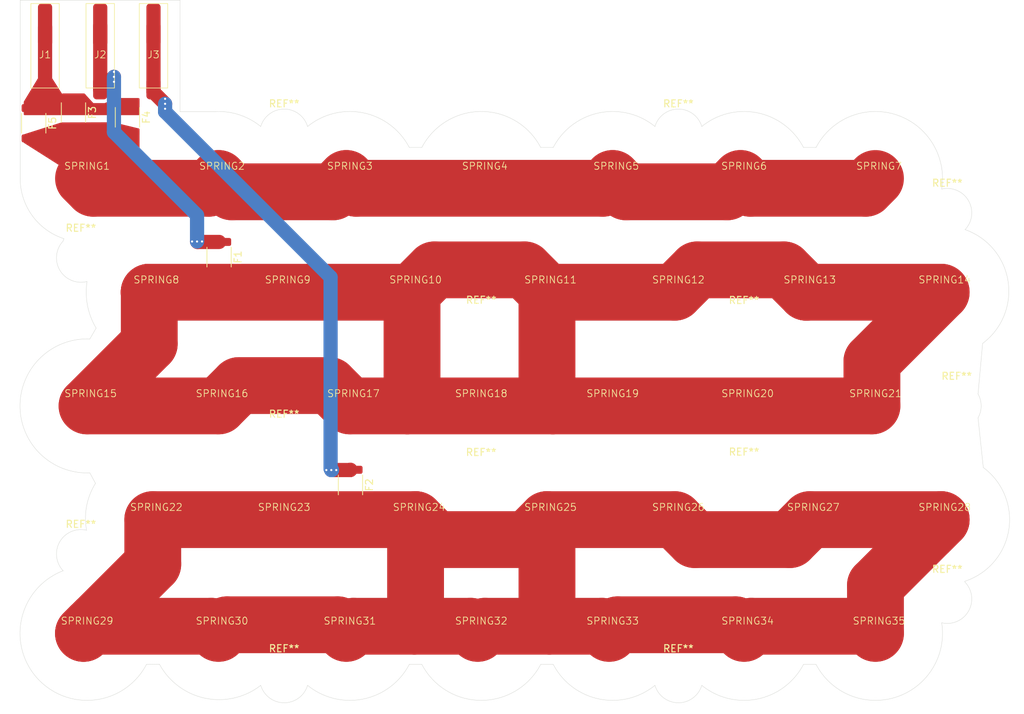
<source format=kicad_pcb>
(kicad_pcb (version 20240108) (generator "pcbnew") (generator_version "8.0")
  (layers (0 "F.Cu" signal) (31 "B.Cu" signal) (34 "B.Paste" user) (35 "F.Paste" user) (36 "B.SilkS" user "B.Silkscreen") (37 "F.SilkS" user "F.Silkscreen") (38 "B.Mask" user) (39 "F.Mask" user) (44 "Edge.Cuts" user))
  (net 0 "")
  (net 1 "Net-(F3-Pad2)")
  (net 2 "Net-(F1-Pad2)")
  (net 3 "Net-(F2-Pad2)")
  (net 4 "Net-(J1-Pin_1)")
  (net 5 "Net-(J2-Pin_1)")
  (net 6 "Net-(J3-Pin_1)")
  (footprint "spring_tab:spring_tab" (layer "F.Cu") (at 115.414338 86.208577)
    (property "Reference" "SPRING34" (at 0 -1.75 0) (layer "F.SilkS") (effects (font (thickness 0.1))))
    (property "Value" "spring_tab" (hide yes))
    (pad "1" smd roundrect (at -0.5 0) (size 3 2) (layers "F.Cu" "F.Paste" "F.Mask") (roundrect_rratio 0.1) (net 3 "Net-(F2-Pad2)"))
  )
  (footprint "spring_tab:spring_tab" (layer "F.Cu") (at 59.414338 86.208576)
    (property "Reference" "SPRING31" (at 0 -1.75 0) (layer "F.SilkS") (effects (font (thickness 0.1))))
    (property "Value" "spring_tab" (hide yes))
    (pad "1" smd roundrect (at -0.5 0) (size 3 2) (layers "F.Cu" "F.Paste" "F.Mask") (roundrect_rratio 0.1) (net 3 "Net-(F2-Pad2)"))
  )
  (footprint "spring_tab:spring_tab" (layer "F.Cu") (at 96.414338 86.208576)
    (property "Reference" "SPRING33" (at 0 -1.75 0) (layer "F.SilkS") (effects (font (thickness 0.1))))
    (property "Value" "spring_tab" (hide yes))
    (pad "1" smd roundrect (at -0.5 0) (size 3 2) (layers "F.Cu" "F.Paste" "F.Mask") (roundrect_rratio 0.1) (net 3 "Net-(F2-Pad2)"))
  )
  (footprint "MountingHole:MountingHole_3.2mm_M3" (layer "F.Cu") (at 21.548245 33.303715)
    (property "Reference" "REF**" (at 0 -4.2 0) (layer "F.SilkS"))
    (property "Value" "MountingHole_3.2mm_M3")
    (pad "" np_thru_hole circle (at 0 0) (size 3.2 3.2) (drill 3.2) (layers "F&B.Cu" "*.Mask"))
  )
  (footprint "spring_tab:spring_tab" (layer "F.Cu") (at 133.414338 54.165637)
    (property "Reference" "SPRING21" (at 0 -1.75 0) (layer "F.SilkS") (effects (font (thickness 0.1))))
    (property "Value" "spring_tab" (hide yes))
    (pad "1" smd roundrect (at -0.5 0) (size 3 2) (layers "F.Cu" "F.Paste" "F.Mask") (roundrect_rratio 0.1) (net 2 "Net-(F1-Pad2)"))
  )
  (footprint "MountingHole:MountingHole_3.2mm_M3" (layer "F.Cu") (at 50.164338 92.549144)
    (property "Reference" "REF**" (at 0 -4.2 0) (layer "F.SilkS"))
    (property "Value" "MountingHole_3.2mm_M3")
    (pad "" np_thru_hole circle (at 0 0) (size 3.2 3.2) (drill 3.2) (layers "F&B.Cu" "*.Mask"))
  )
  (footprint "spring_tab:spring_tab" (layer "F.Cu") (at 77.914338 54.165636)
    (property "Reference" "SPRING18" (at 0 -1.75 0) (layer "F.SilkS") (effects (font (thickness 0.1))))
    (property "Value" "spring_tab" (hide yes))
    (pad "1" smd roundrect (at -0.5 0) (size 3 2) (layers "F.Cu" "F.Paste" "F.Mask") (roundrect_rratio 0.1) (net 2 "Net-(F1-Pad2)"))
  )
  (footprint "spring_tab:spring_tab" (layer "F.Cu") (at 114.914338 22.122696)
    (property "Reference" "SPRING6" (at 0 -1.75 0) (layer "F.SilkS") (effects (font (thickness 0.1))))
    (property "Value" "spring_tab" (hide yes))
    (pad "1" smd roundrect (at -0.5 0) (size 3 2) (layers "F.Cu" "F.Paste" "F.Mask") (roundrect_rratio 0.1) (net 1 "Net-(F3-Pad2)"))
  )
  (footprint "spring_tab:spring_tab" (layer "F.Cu") (at 124.164338 38.144166)
    (property "Reference" "SPRING13" (at 0 -1.75 0) (layer "F.SilkS") (effects (font (thickness 0.1))))
    (property "Value" "spring_tab" (hide yes))
    (pad "1" smd roundrect (at -0.5 0) (size 3 2) (layers "F.Cu" "F.Paste" "F.Mask") (roundrect_rratio 0.1) (net 2 "Net-(F1-Pad2)"))
  )
  (footprint "spring_tab:spring_tab" (layer "F.Cu") (at 143.164338 70.187107)
    (property "Reference" "SPRING28" (at 0 -1.75 0) (layer "F.SilkS") (effects (font (thickness 0.1))))
    (property "Value" "spring_tab" (hide yes))
    (pad "1" smd roundrect (at -0.5 0) (size 3 2) (layers "F.Cu" "F.Paste" "F.Mask") (roundrect_rratio 0.1) (net 3 "Net-(F2-Pad2)"))
  )
  (footprint "MountingHole:MountingHole_3.2mm_M3" (layer "F.Cu") (at 143.530428 26.963146)
    (property "Reference" "REF**" (at 0 -4.2 0) (layer "F.SilkS"))
    (property "Value" "MountingHole_3.2mm_M3")
    (pad "" np_thru_hole circle (at 0 0) (size 3.2 3.2) (drill 3.2) (layers "F&B.Cu" "*.Mask"))
  )
  (footprint "SMD_spring_clamp_connector:SMD_spring_clamp_connector_1x1" (layer "F.Cu") (at 16.5 9.375)
    (property "Reference" "J1" (at -0.000001 -4.700001 0) (layer "F.SilkS") (effects (font (thickness 0.1))))
    (property "Value" "Conn_01x01_Pin")
    (fp_rect (start -2 -11.9) (end 2 0) (stroke (width 0.1)) (fill none) (layer "F.SilkS"))
    (pad "1" smd roundrect (at 0 -8.9 180) (size 1.999994 6) (layers "F.Cu" "F.Paste" "F.Mask") (net 4 "Net-(J1-Pin_1)"))
    (pad "1" smd roundrect (at 0 0.1 180) (size 1.999994 3) (layers "F.Cu" "F.Paste" "F.Mask") (net 4 "Net-(J1-Pin_1)"))
  )
  (footprint "MountingHole:MountingHole_3.2mm_M3" (layer "F.Cu") (at 114.914338 64.846616)
    (property "Reference" "REF**" (at 0 -4.2 0) (layer "F.SilkS"))
    (property "Value" "MountingHole_3.2mm_M3")
    (pad "" np_thru_hole circle (at 0 0) (size 3.2 3.2) (drill 3.2) (layers "F&B.Cu" "*.Mask"))
  )
  (footprint "MountingHole:MountingHole_3.2mm_M3" (layer "F.Cu") (at 105.664338 92.549144)
    (property "Reference" "REF**" (at 0 -4.2 0) (layer "F.SilkS"))
    (property "Value" "MountingHole_3.2mm_M3")
    (pad "" np_thru_hole circle (at 0 0) (size 3.2 3.2) (drill 3.2) (layers "F&B.Cu" "*.Mask"))
  )
  (footprint "spring_tab:spring_tab" (layer "F.Cu") (at 59.914338 54.165637)
    (property "Reference" "SPRING17" (at 0 -1.75 0) (layer "F.SilkS") (effects (font (thickness 0.1))))
    (property "Value" "spring_tab" (hide yes))
    (pad "1" smd roundrect (at -0.5 0) (size 3 2) (layers "F.Cu" "F.Paste" "F.Mask") (roundrect_rratio 0.1) (net 2 "Net-(F1-Pad2)"))
  )
  (footprint "spring_tab:spring_tab" (layer "F.Cu") (at 105.664338 38.144166)
    (property "Reference" "SPRING12" (at 0 -1.75 0) (layer "F.SilkS") (effects (font (thickness 0.1))))
    (property "Value" "spring_tab" (hide yes))
    (pad "1" smd roundrect (at -0.5 0) (size 3 2) (layers "F.Cu" "F.Paste" "F.Mask") (roundrect_rratio 0.1) (net 2 "Net-(F1-Pad2)"))
  )
  (footprint "spring_tab:spring_tab" (layer "F.Cu") (at 87.664337 38.144167)
    (property "Reference" "SPRING11" (at 0 -1.75 0) (layer "F.SilkS") (effects (font (thickness 0.1))))
    (property "Value" "spring_tab" (hide yes))
    (pad "1" smd roundrect (at -0.5 0) (size 3 2) (layers "F.Cu" "F.Paste" "F.Mask") (roundrect_rratio 0.1) (net 2 "Net-(F1-Pad2)"))
  )
  (footprint "spring_tab:spring_tab" (layer "F.Cu") (at 133.914338 22.122696)
    (property "Reference" "SPRING7" (at 0 -1.75 0) (layer "F.SilkS") (effects (font (thickness 0.1))))
    (property "Value" "spring_tab" (hide yes))
    (pad "1" smd roundrect (at -0.5 0) (size 3 2) (layers "F.Cu" "F.Paste" "F.Mask") (roundrect_rratio 0.1) (net 1 "Net-(F3-Pad2)"))
  )
  (footprint "spring_tab:spring_tab" (layer "F.Cu") (at 41.414338 22.122696)
    (property "Reference" "SPRING2" (at 0 -1.75 0) (layer "F.SilkS") (effects (font (thickness 0.1))))
    (property "Value" "spring_tab" (hide yes))
    (pad "1" smd roundrect (at -0.5 0) (size 3 2) (layers "F.Cu" "F.Paste" "F.Mask") (roundrect_rratio 0.1) (net 1 "Net-(F3-Pad2)"))
  )
  (footprint "MountingHole:MountingHole_3.2mm_M3" (layer "F.Cu") (at 143.530431 81.368125)
    (property "Reference" "REF**" (at 0 -4.2 0) (layer "F.SilkS"))
    (property "Value" "MountingHole_3.2mm_M3")
    (pad "" np_thru_hole circle (at 0 0) (size 3.2 3.2) (drill 3.2) (layers "F&B.Cu" "*.Mask"))
  )
  (footprint "SMD_spring_clamp_connector:SMD_spring_clamp_connector_1x1" (layer "F.Cu") (at 24.266488 9.375)
    (property "Reference" "J2" (at -0.000001 -4.700001 0) (layer "F.SilkS") (effects (font (thickness 0.1))))
    (property "Value" "Conn_01x01_Pin")
    (fp_rect (start -2 -11.9) (end 2 0) (stroke (width 0.1)) (fill none) (layer "F.SilkS"))
    (pad "1" smd roundrect (at 0 -8.9 180) (size 1.999994 6) (layers "F.Cu" "F.Paste" "F.Mask") (net 5 "Net-(J2-Pin_1)"))
    (pad "1" smd roundrect (at 0 0.1 180) (size 1.999994 3) (layers "F.Cu" "F.Paste" "F.Mask") (net 5 "Net-(J2-Pin_1)"))
  )
  (footprint "spring_tab:spring_tab" (layer "F.Cu") (at 124.664338 70.187107)
    (property "Reference" "SPRING27" (at 0 -1.75 0) (layer "F.SilkS") (effects (font (thickness 0.1))))
    (property "Value" "spring_tab" (hide yes))
    (pad "1" smd roundrect (at -0.5 0) (size 3 2) (layers "F.Cu" "F.Paste" "F.Mask") (roundrect_rratio 0.1) (net 3 "Net-(F2-Pad2)"))
  )
  (footprint "MountingHole:MountingHole_3.2mm_M3" (layer "F.Cu") (at 50.164338 59.506126)
    (property "Reference" "REF**" (at 0 -4.2 0) (layer "F.SilkS"))
    (property "Value" "MountingHole_3.2mm_M3")
    (pad "" np_thru_hole circle (at 0 0) (size 3.2 3.2) (drill 3.2) (layers "F&B.Cu" "*.Mask"))
  )
  (footprint "MountingHole:MountingHole_3.2mm_M3" (layer "F.Cu") (at 77.9 64.9)
    (property "Reference" "REF**" (at 0 -4.2 0) (layer "F.SilkS"))
    (property "Value" "MountingHole_3.2mm_M3")
    (pad "" np_thru_hole circle (at 0 0) (size 3.2 3.2) (drill 3.2) (layers "*.Cu" "*.Mask"))
  )
  (footprint "SMD_spring_clamp_connector:SMD_spring_clamp_connector_1x1" (layer "F.Cu") (at 31.766488 9.375)
    (property "Reference" "J3" (at -0.000001 -4.700001 0) (layer "F.SilkS") (effects (font (thickness 0.1))))
    (property "Value" "Conn_01x01_Pin")
    (fp_rect (start -2 -11.9) (end 2 0) (stroke (width 0.1)) (fill none) (layer "F.SilkS"))
    (pad "1" smd roundrect (at 0 -8.9 180) (size 1.999994 6) (layers "F.Cu" "F.Paste" "F.Mask") (net 6 "Net-(J3-Pin_1)"))
    (pad "1" smd roundrect (at 0 0.1 180) (size 1.999994 3) (layers "F.Cu" "F.Paste" "F.Mask") (net 6 "Net-(J3-Pin_1)"))
  )
  (footprint "spring_tab:spring_tab" (layer "F.Cu") (at 22.414338 86.208576)
    (property "Reference" "SPRING29" (at 0 -1.75 0) (layer "F.SilkS") (effects (font (thickness 0.1))))
    (property "Value" "spring_tab" (hide yes))
    (pad "1" smd roundrect (at -0.5 0) (size 3 2) (layers "F.Cu" "F.Paste" "F.Mask") (roundrect_rratio 0.1) (net 3 "Net-(F2-Pad2)"))
  )
  (footprint "MountingHole:MountingHole_3.2mm_M3" (layer "F.Cu") (at 77.914338 43.452847)
    (property "Reference" "REF**" (at 0 -4.2 0) (layer "F.SilkS"))
    (property "Value" "MountingHole_3.2mm_M3")
    (pad "" np_thru_hole circle (at 0 0) (size 3.2 3.2) (drill 3.2) (layers "F&B.Cu" "*.Mask"))
  )
  (footprint "spring_tab:spring_tab" (layer "F.Cu") (at 69.164338 70.187107)
    (property "Reference" "SPRING24" (at 0 -1.75 0) (layer "F.SilkS") (effects (font (thickness 0.1))))
    (property "Value" "spring_tab" (hide yes))
    (pad "1" smd roundrect (at -0.5 0) (size 3 2) (layers "F.Cu" "F.Paste" "F.Mask") (roundrect_rratio 0.1) (net 3 "Net-(F2-Pad2)"))
  )
  (footprint "Fuse:Fuse_1812_4532Metric" (layer "F.Cu") (at 41 33.2 -90)
    (property "Reference" "F1" (at 0 -2.65 90) (layer "F.SilkS"))
    (property "Value" "Polyfuse")
    (fp_line (start -1.386252 1.71) (end 1.386252 1.71) (stroke (width 0.12)) (layer "F.SilkS"))
    (fp_line (start -1.386252 -1.71) (end 1.386252 -1.71) (stroke (width 0.12)) (layer "F.SilkS"))
    (pad "1" smd roundrect (at -2.1375 0 270) (size 1.125 3.4) (layers "F.Cu" "F.Paste" "F.Mask") (roundrect_rratio 0.222222) (net 5 "Net-(J2-Pin_1)"))
    (pad "2" smd roundrect (at 2.1375 0 270) (size 1.125 3.4) (layers "F.Cu" "F.Paste" "F.Mask") (roundrect_rratio 0.222222) (net 2 "Net-(F1-Pad2)"))
  )
  (footprint "MountingHole:MountingHole_3.2mm_M3" (layer "F.Cu") (at 50.164338 15.782128)
    (property "Reference" "REF**" (at 0 -4.2 0) (layer "F.SilkS"))
    (property "Value" "MountingHole_3.2mm_M3")
    (pad "" np_thru_hole circle (at 0 0) (size 3.2 3.2) (drill 3.2) (layers "F&B.Cu" "*.Mask"))
  )
  (footprint "spring_tab:spring_tab" (layer "F.Cu") (at 32.164338 38.144166)
    (property "Reference" "SPRING8" (at 0 -1.75 0) (layer "F.SilkS") (effects (font (thickness 0.1))))
    (property "Value" "spring_tab" (hide yes))
    (pad "1" smd roundrect (at -0.5 0) (size 3 2) (layers "F.Cu" "F.Paste" "F.Mask") (roundrect_rratio 0.1) (net 2 "Net-(F1-Pad2)"))
  )
  (footprint "spring_tab:spring_tab" (layer "F.Cu") (at 22.914338 54.165636)
    (property "Reference" "SPRING15" (at 0 -1.75 0) (layer "F.SilkS") (effects (font (thickness 0.1))))
    (property "Value" "spring_tab" (hide yes))
    (pad "1" smd roundrect (at -0.5 0) (size 3 2) (layers "F.Cu" "F.Paste" "F.Mask") (roundrect_rratio 0.1) (net 2 "Net-(F1-Pad2)"))
  )
  (footprint "spring_tab:spring_tab" (layer "F.Cu") (at 22.414338 22.122696)
    (property "Reference" "SPRING1" (at 0 -1.75 0) (layer "F.SilkS") (effects (font (thickness 0.1))))
    (property "Value" "spring_tab" (hide yes))
    (pad "1" smd roundrect (at -0.5 0) (size 3 2) (layers "F.Cu" "F.Paste" "F.Mask") (roundrect_rratio 0.1) (net 1 "Net-(F3-Pad2)"))
  )
  (footprint "spring_tab:spring_tab" (layer "F.Cu") (at 78.414338 22.122696)
    (property "Reference" "SPRING4" (at 0 -1.75 0) (layer "F.SilkS") (effects (font (thickness 0.1))))
    (property "Value" "spring_tab" (hide yes))
    (pad "1" smd roundrect (at -0.5 0) (size 3 2) (layers "F.Cu" "F.Paste" "F.Mask") (roundrect_rratio 0.1) (net 1 "Net-(F3-Pad2)"))
  )
  (footprint "MountingHole:MountingHole_3.2mm_M3" (layer "F.Cu") (at 144.854338 54.165636)
    (property "Reference" "REF**" (at 0 -4.2 0) (layer "F.SilkS"))
    (property "Value" "MountingHole_3.2mm_M3")
    (pad "" np_thru_hole circle (at 0 0) (size 3.2 3.2) (drill 3.2) (layers "F&B.Cu" "*.Mask"))
  )
  (footprint "MountingHole:MountingHole_3.2mm_M3" (layer "F.Cu") (at 114.914338 43.484656)
    (property "Reference" "REF**" (at 0 -4.2 0) (layer "F.SilkS"))
    (property "Value" "MountingHole_3.2mm_M3")
    (pad "" np_thru_hole circle (at 0 0) (size 3.2 3.2) (drill 3.2) (layers "F&B.Cu" "*.Mask"))
  )
  (footprint "Fuse:Fuse_1812_4532Metric" (layer "F.Cu") (at 14.9 14.3375 -90)
    (property "Reference" "F5" (at 0 -2.65 90) (layer "F.SilkS"))
    (property "Value" "Polyfuse")
    (fp_line (start -1.386252 1.71) (end 1.386252 1.71) (stroke (width 0.12)) (layer "F.SilkS"))
    (fp_line (start -1.386252 -1.71) (end 1.386252 -1.71) (stroke (width 0.12)) (layer "F.SilkS"))
    (pad "1" smd roundrect (at -2.1375 0 270) (size 1.125 3.4) (layers "F.Cu" "F.Paste" "F.Mask") (roundrect_rratio 0.222222) (net 4 "Net-(J1-Pin_1)"))
    (pad "2" smd roundrect (at 2.1375 0 270) (size 1.125 3.4) (layers "F.Cu" "F.Paste" "F.Mask") (roundrect_rratio 0.222222) (net 1 "Net-(F3-Pad2)"))
  )
  (footprint "Fuse:Fuse_1812_4532Metric" (layer "F.Cu") (at 59.5 65.3 -90)
    (property "Reference" "F2" (at 0 -2.65 90) (layer "F.SilkS"))
    (property "Value" "Polyfuse")
    (fp_line (start -1.386252 1.71) (end 1.386252 1.71) (stroke (width 0.12)) (layer "F.SilkS"))
    (fp_line (start -1.386252 -1.71) (end 1.386252 -1.71) (stroke (width 0.12)) (layer "F.SilkS"))
    (pad "1" smd roundrect (at -2.1375 0 270) (size 1.125 3.4) (layers "F.Cu" "F.Paste" "F.Mask") (roundrect_rratio 0.222222) (net 6 "Net-(J3-Pin_1)"))
    (pad "2" smd roundrect (at 2.1375 0 270) (size 1.125 3.4) (layers "F.Cu" "F.Paste" "F.Mask") (roundrect_rratio 0.222222) (net 3 "Net-(F2-Pad2)"))
  )
  (footprint "spring_tab:spring_tab" (layer "F.Cu") (at 133.914338 86.208576)
    (property "Reference" "SPRING35" (at 0 -1.75 0) (layer "F.SilkS") (effects (font (thickness 0.1))))
    (property "Value" "spring_tab" (hide yes))
    (pad "1" smd roundrect (at -0.5 0) (size 3 2) (layers "F.Cu" "F.Paste" "F.Mask") (roundrect_rratio 0.1) (net 3 "Net-(F2-Pad2)"))
  )
  (footprint "MountingHole:MountingHole_3.2mm_M3" (layer "F.Cu") (at 21.548245 75.027557)
    (property "Reference" "REF**" (at 0 -4.2 0) (layer "F.SilkS"))
    (property "Value" "MountingHole_3.2mm_M3")
    (pad "" np_thru_hole circle (at 0 0) (size 3.2 3.2) (drill 3.2) (layers "F&B.Cu" "*.Mask"))
  )
  (footprint "spring_tab:spring_tab" (layer "F.Cu") (at 143.164342 38.144169)
    (property "Reference" "SPRING14" (at 0 -1.75 0) (layer "F.SilkS") (effects (font (thickness 0.1))))
    (property "Value" "spring_tab" (hide yes))
    (pad "1" smd roundrect (at -0.5 0) (size 3 2) (layers "F.Cu" "F.Paste" "F.Mask") (roundrect_rratio 0.1) (net 2 "Net-(F1-Pad2)"))
  )
  (footprint "spring_tab:spring_tab" (layer "F.Cu") (at 32.164338 70.187107)
    (property "Reference" "SPRING22" (at 0 -1.75 0) (layer "F.SilkS") (effects (font (thickness 0.1))))
    (property "Value" "spring_tab" (hide yes))
    (pad "1" smd roundrect (at -0.5 0) (size 3 2) (layers "F.Cu" "F.Paste" "F.Mask") (roundrect_rratio 0.1) (net 3 "Net-(F2-Pad2)"))
  )
  (footprint "spring_tab:spring_tab" (layer "F.Cu") (at 96.414338 54.165636)
    (property "Reference" "SPRING19" (at 0 -1.75 0) (layer "F.SilkS") (effects (font (thickness 0.1))))
    (property "Value" "spring_tab" (hide yes))
    (pad "1" smd roundrect (at -0.5 0) (size 3 2) (layers "F.Cu" "F.Paste" "F.Mask") (roundrect_rratio 0.1) (net 2 "Net-(F1-Pad2)"))
  )
  (footprint "spring_tab:spring_tab" (layer "F.Cu") (at 87.664338 70.187107)
    (property "Reference" "SPRING25" (at 0 -1.75 0) (layer "F.SilkS") (effects (font (thickness 0.1))))
    (property "Value" "spring_tab" (hide yes))
    (pad "1" smd roundrect (at -0.5 0) (size 3 2) (layers "F.Cu" "F.Paste" "F.Mask") (roundrect_rratio 0.1) (net 3 "Net-(F2-Pad2)"))
  )
  (footprint "spring_tab:spring_tab" (layer "F.Cu") (at 96.914338 22.122696)
    (property "Reference" "SPRING5" (at 0 -1.75 0) (layer "F.SilkS") (effects (font (thickness 0.1))))
    (property "Value" "spring_tab" (hide yes))
    (pad "1" smd roundrect (at -0.5 0) (size 3 2) (layers "F.Cu" "F.Paste" "F.Mask") (roundrect_rratio 0.1) (net 1 "Net-(F3-Pad2)"))
  )
  (footprint "spring_tab:spring_tab" (layer "F.Cu") (at 59.414338 22.122696)
    (property "Reference" "SPRING3" (at 0 -1.75 0) (layer "F.SilkS") (effects (font (thickness 0.1))))
    (property "Value" "spring_tab" (hide yes))
    (pad "1" smd roundrect (at -0.5 0) (size 3 2) (layers "F.Cu" "F.Paste" "F.Mask") (roundrect_rratio 0.1) (net 1 "Net-(F3-Pad2)"))
  )
  (footprint "spring_tab:spring_tab" (layer "F.Cu") (at 77.914338 86.208577)
    (property "Reference" "SPRING32" (at 0 -1.75 0) (layer "F.SilkS") (effects (font (thickness 0.1))))
    (property "Value" "spring_tab" (hide yes))
    (pad "1" smd roundrect (at -0.5 0) (size 3 2) (layers "F.Cu" "F.Paste" "F.Mask") (roundrect_rratio 0.1) (net 3 "Net-(F2-Pad2)"))
  )
  (footprint "Fuse:Fuse_1812_4532Metric" (layer "F.Cu") (at 20.5 12.8375 -90)
    (property "Reference" "F3" (at 0 -2.65 90) (layer "F.SilkS"))
    (property "Value" "Polyfuse")
    (fp_line (start -1.386252 1.71) (end 1.386252 1.71) (stroke (width 0.12)) (layer "F.SilkS"))
    (fp_line (start -1.386252 -1.71) (end 1.386252 -1.71) (stroke (width 0.12)) (layer "F.SilkS"))
    (pad "1" smd roundrect (at -2.1375 0 270) (size 1.125 3.4) (layers "F.Cu" "F.Paste" "F.Mask") (roundrect_rratio 0.222222) (net 4 "Net-(J1-Pin_1)"))
    (pad "2" smd roundrect (at 2.1375 0 270) (size 1.125 3.4) (layers "F.Cu" "F.Paste" "F.Mask") (roundrect_rratio 0.222222) (net 1 "Net-(F3-Pad2)"))
  )
  (footprint "spring_tab:spring_tab" (layer "F.Cu") (at 115.414338 54.165637)
    (property "Reference" "SPRING20" (at 0 -1.75 0) (layer "F.SilkS") (effects (font (thickness 0.1))))
    (property "Value" "spring_tab" (hide yes))
    (pad "1" smd roundrect (at -0.5 0) (size 3 2) (layers "F.Cu" "F.Paste" "F.Mask") (roundrect_rratio 0.1) (net 2 "Net-(F1-Pad2)"))
  )
  (footprint "spring_tab:spring_tab" (layer "F.Cu") (at 50.164338 70.187107)
    (property "Reference" "SPRING23" (at 0 -1.75 0) (layer "F.SilkS") (effects (font (thickness 0.1))))
    (property "Value" "spring_tab" (hide yes))
    (pad "1" smd roundrect (at -0.5 0) (size 3 2) (layers "F.Cu" "F.Paste" "F.Mask") (roundrect_rratio 0.1) (net 3 "Net-(F2-Pad2)"))
  )
  (footprint "Fuse:Fuse_1812_4532Metric" (layer "F.Cu") (at 28.1 13.5 -90)
    (property "Reference" "F4" (at 0 -2.65 90) (layer "F.SilkS"))
    (property "Value" "Polyfuse")
    (fp_line (start -1.386252 1.71) (end 1.386252 1.71) (stroke (width 0.12)) (layer "F.SilkS"))
    (fp_line (start -1.386252 -1.71) (end 1.386252 -1.71) (stroke (width 0.12)) (layer "F.SilkS"))
    (pad "1" smd roundrect (at -2.1375 0 270) (size 1.125 3.4) (layers "F.Cu" "F.Paste" "F.Mask") (roundrect_rratio 0.222222) (net 4 "Net-(J1-Pin_1)"))
    (pad "2" smd roundrect (at 2.1375 0 270) (size 1.125 3.4) (layers "F.Cu" "F.Paste" "F.Mask") (roundrect_rratio 0.222222) (net 1 "Net-(F3-Pad2)"))
  )
  (footprint "spring_tab:spring_tab" (layer "F.Cu") (at 41.414338 86.208576)
    (property "Reference" "SPRING30" (at 0 -1.75 0) (layer "F.SilkS") (effects (font (thickness 0.1))))
    (property "Value" "spring_tab" (hide yes))
    (pad "1" smd roundrect (at -0.5 0) (size 3 2) (layers "F.Cu" "F.Paste" "F.Mask") (roundrect_rratio 0.1) (net 3 "Net-(F2-Pad2)"))
  )
  (footprint "spring_tab:spring_tab" (layer "F.Cu") (at 50.664337 38.144167)
    (property "Reference" "SPRING9" (at 0 -1.75 0) (layer "F.SilkS") (effects (font (thickness 0.1))))
    (property "Value" "spring_tab" (hide yes))
    (pad "1" smd roundrect (at -0.5 0) (size 3 2) (layers "F.Cu" "F.Paste" "F.Mask") (roundrect_rratio 0.1) (net 2 "Net-(F1-Pad2)"))
  )
  (footprint "MountingHole:MountingHole_3.2mm_M3" (layer "F.Cu") (at 105.664338 15.782126)
    (property "Reference" "REF**" (at 0 -4.2 0) (layer "F.SilkS"))
    (property "Value" "MountingHole_3.2mm_M3")
    (pad "" np_thru_hole circle (at 0 0) (size 3.2 3.2) (drill 3.2) (layers "F&B.Cu" "*.Mask"))
  )
  (footprint "spring_tab:spring_tab" (layer "F.Cu") (at 41.414338 54.165636)
    (property "Reference" "SPRING16" (at 0 -1.75 0) (layer "F.SilkS") (effects (font (thickness 0.1))))
    (property "Value" "spring_tab" (hide yes))
    (pad "1" smd roundrect (at -0.5 0) (size 3 2) (layers "F.Cu" "F.Paste" "F.Mask") (roundrect_rratio 0.1) (net 2 "Net-(F1-Pad2)"))
  )
  (footprint "spring_tab:spring_tab" (layer "F.Cu") (at 105.664338 70.187107)
    (property "Reference" "SPRING26" (at 0 -1.75 0) (layer "F.SilkS") (effects (font (thickness 0.1))))
    (property "Value" "spring_tab" (hide yes))
    (pad "1" smd roundrect (at -0.5 0) (size 3 2) (layers "F.Cu" "F.Paste" "F.Mask") (roundrect_rratio 0.1) (net 3 "Net-(F2-Pad2)"))
  )
  (footprint "spring_tab:spring_tab" (layer "F.Cu") (at 68.664338 38.144166)
    (property "Reference" "SPRING10" (at 0 -1.75 0) (layer "F.SilkS") (effects (font (thickness 0.1))))
    (property "Value" "spring_tab" (hide yes))
    (pad "1" smd roundrect (at -0.5 0) (size 3 2) (layers "F.Cu" "F.Paste" "F.Mask") (roundrect_rratio 0.1) (net 2 "Net-(F1-Pad2)"))
  )
  (gr_arc (start 46.86836 93.534095) (mid 39.047352 95.348123) (end 32.606445 90.555048) (stroke (width 0.05)) (layer "Edge.Cuts"))
  (gr_arc (start 146.031412 79.006199) (mid 146.509559 83.088125) (end 142.735434 84.715001) (stroke (width 0.05)) (layer "Edge.Cuts"))
  (gr_arc (start 69.550353 17.745784) (mid 77.914338 12.682696) (end 86.278323 17.745784) (stroke (width 0.05)) (layer "Edge.Cuts"))
  (gr_line (start 13 -3) (end 35.5 -3) (stroke (width 0.05)) (layer "Edge.Cuts"))
  (gr_line (start 22.343242 36.65059) (end 22.41058 36.660832) (stroke (width 0.05)) (layer "Edge.Cuts"))
  (gr_arc (start 108.960316 14.797177) (mid 116.818426 12.876721) (end 123.278323 17.745784) (stroke (width 0.05)) (layer "Edge.Cuts"))
  (gr_arc (start 108.960315 93.534095) (mid 105.664338 95.989143) (end 102.368361 93.534095) (stroke (width 0.05)) (layer "Edge.Cuts"))
  (gr_line (start 86.278322 90.585488) (end 88.050353 90.585488) (stroke (width 0.05)) (layer "Edge.Cuts"))
  (gr_arc (start 125.050353 17.745784) (mid 136.388337 13.163403) (end 142.735434 23.616271) (stroke (width 0.05)) (layer "Edge.Cuts"))
  (gr_line (start 148.502084 45.36009) (end 147.853884 52.481497) (stroke (width 0.05)) (layer "Edge.Cuts"))
  (gr_arc (start 22.805813 63.597514) (mid 12.974339 54.165636) (end 22.805813 44.733758) (stroke (width 0.05)) (layer "Edge.Cuts"))
  (gr_line (start 35.5 -3) (end 35.5 12.7) (stroke (width 0.05)) (layer "Edge.Cuts"))
  (gr_arc (start 123.278322 90.585488) (mid 116.818426 95.454551) (end 108.960316 93.534095) (stroke (width 0.05)) (layer "Edge.Cuts"))
  (gr_arc (start 22.343242 36.65059) (mid 18.569119 35.023714) (end 19.047265 30.94179) (stroke (width 0.05)) (layer "Edge.Cuts"))
  (gr_line (start 67.778323 17.745784) (end 69.550353 17.745784) (stroke (width 0.05)) (layer "Edge.Cuts"))
  (gr_line (start 13 22) (end 13 -3) (stroke (width 0.05)) (layer "Edge.Cuts"))
  (gr_arc (start 53.460316 14.797177) (mid 61.318426 12.876721) (end 67.778323 17.745784) (stroke (width 0.05)) (layer "Edge.Cuts"))
  (gr_arc (start 88.050353 17.745784) (mid 94.51025 12.876721) (end 102.36836 14.797177) (stroke (width 0.05)) (layer "Edge.Cuts"))
  (gr_arc (start 40.49964 12.691808) (mid 43.877306 13.159748) (end 46.868362 14.797177) (stroke (width 0.05)) (layer "Edge.Cuts"))
  (gr_arc (start 67.778323 90.585488) (mid 61.318426 95.454551) (end 53.460316 93.534095) (stroke (width 0.05)) (layer "Edge.Cuts"))
  (gr_line (start 40.5 12.7) (end 35.5 12.7) (stroke (width 0.05)) (layer "Edge.Cuts"))
  (gr_line (start 146.031412 79.006199) (end 145.988322 78.873654) (stroke (width 0.05)) (layer "Edge.Cuts"))
  (gr_line (start 22.805813 44.733758) (end 23.691829 43.199133) (stroke (width 0.05)) (layer "Edge.Cuts"))
  (gr_arc (start 23.69183 43.199133) (mid 22.482575 40.041412) (end 22.41058 36.660832) (stroke (width 0.05)) (layer "Edge.Cuts"))
  (gr_line (start 147.853885 55.849773) (end 148.59697 62.844254) (stroke (width 0.05)) (layer "Edge.Cuts"))
  (gr_arc (start 19.047264 77.389482) (mid 18.569118 73.307557) (end 22.343242 71.680682) (stroke (width 0.05)) (layer "Edge.Cuts"))
  (gr_arc (start 30.778323 90.585488) (mid 15.359133 92.480552) (end 19.047264 77.389482) (stroke (width 0.05)) (layer "Edge.Cuts"))
  (gr_arc (start 102.36836 93.534095) (mid 94.51025 95.454551) (end 88.050353 90.585488) (stroke (width 0.05)) (layer "Edge.Cuts"))
  (gr_arc (start 53.460315 93.534095) (mid 50.164338 95.989143) (end 46.868361 93.534095) (stroke (width 0.05)) (layer "Edge.Cuts"))
  (gr_line (start 19.047265 30.94179) (end 19.158025 30.601093) (stroke (width 0.05)) (layer "Edge.Cuts"))
  (gr_line (start 123.278322 90.585488) (end 125.050354 90.585487) (stroke (width 0.05)) (layer "Edge.Cuts"))
  (gr_line (start 67.778323 90.585488) (end 69.550354 90.585488) (stroke (width 0.05)) (layer "Edge.Cuts"))
  (gr_line (start 123.278323 17.745784) (end 125.050353 17.745784) (stroke (width 0.05)) (layer "Edge.Cuts"))
  (gr_arc (start 102.368361 14.797177) (mid 105.664338 12.342129) (end 108.960315 14.797177) (stroke (width 0.05)) (layer "Edge.Cuts"))
  (gr_arc (start 148.59697 62.844254) (mid 152.179788 71.654295) (end 145.988322 78.873654) (stroke (width 0.05)) (layer "Edge.Cuts"))
  (gr_arc (start 142.735434 23.616271) (mid 146.509554 25.243147) (end 146.031409 29.325069) (stroke (width 0.05)) (layer "Edge.Cuts"))
  (gr_line (start 30.778323 90.585488) (end 32.606445 90.555048) (stroke (width 0.05)) (layer "Edge.Cuts"))
  (gr_arc (start 146.031409 29.325069) (mid 152.082159 36.600621) (end 148.502084 45.36009) (stroke (width 0.05)) (layer "Edge.Cuts"))
  (gr_arc (start 142.735433 84.715001) (mid 136.388336 95.167868) (end 125.050354 90.585487) (stroke (width 0.05)) (layer "Edge.Cuts"))
  (gr_arc (start 86.278322 90.585488) (mid 77.914338 95.648576) (end 69.550354 90.585488) (stroke (width 0.05)) (layer "Edge.Cuts"))
  (gr_arc (start 147.853884 52.481497) (mid 148.294338 54.165635) (end 147.853885 55.849773) (stroke (width 0.05)) (layer "Edge.Cuts"))
  (gr_arc (start 19.158025 30.601093) (mid 14.665495 27.312566) (end 13 22) (stroke (width 0.05)) (layer "Edge.Cuts"))
  (gr_line (start 86.278323 17.745784) (end 88.050353 17.745784) (stroke (width 0.05)) (layer "Edge.Cuts"))
  (gr_arc (start 46.868362 14.797177) (mid 50.164338 12.34213) (end 53.460314 14.797177) (stroke (width 0.05)) (layer "Edge.Cuts"))
  (gr_line (start 23.599809 65.074771) (end 22.805813 63.597514) (stroke (width 0.05)) (layer "Edge.Cuts"))
  (gr_arc (start 22.343242 71.680681) (mid 22.354269 68.260312) (end 23.599809 65.074771) (stroke (width 0.05)) (layer "Edge.Cuts"))
  (segment (start 115.791642 23.5) (end 114.414338 22.122696) (width 8) (layer "F.Cu") (net 1))
  (segment (start 133.414338 22.122696) (end 132.037034 23.5) (width 8) (layer "F.Cu") (net 1))
  (segment (start 58.914338 22.122696) (end 60.291642 23.5) (width 8) (layer "F.Cu") (net 1))
  (segment (start 98.291642 24) (end 112.537034 24) (width 8) (layer "F.Cu") (net 1))
  (segment (start 40.914338 22.122696) (end 42.791642 24) (width 8) (layer "F.Cu") (net 1))
  (segment (start 21.914338 22.122696) (end 23.291642 23.5) (width 8) (layer "F.Cu") (net 1))
  (segment (start 39.537034 23.5) (end 40.914338 22.122696) (width 8) (layer "F.Cu") (net 1))
  (segment (start 96.414338 22.122696) (end 98.291642 24) (width 8) (layer "F.Cu") (net 1))
  (segment (start 112.537034 24) (end 114.414338 22.122696) (width 8) (layer "F.Cu") (net 1))
  (segment (start 23.291642 23.5) (end 39.537034 23.5) (width 8) (layer "F.Cu") (net 1))
  (segment (start 60.291642 23.5) (end 95.037034 23.5) (width 8) (layer "F.Cu") (net 1))
  (segment (start 57.037034 24) (end 58.914338 22.122696) (width 8) (layer "F.Cu") (net 1))
  (segment (start 132.037034 23.5) (end 115.791642 23.5) (width 8) (layer "F.Cu") (net 1))
  (segment (start 95.037034 23.5) (end 96.414338 22.122696) (width 8) (layer "F.Cu") (net 1))
  (segment (start 42.791642 24) (end 57.037034 24) (width 8) (layer "F.Cu") (net 1))
  (segment (start 31.170973 45.409001) (end 22.414338 54.165636) (width 8) (layer "F.Cu") (net 2))
  (segment (start 22.414338 54.165636) (end 40.914338 54.165636) (width 8) (layer "F.Cu") (net 2))
  (segment (start 120.520172 35) (end 108.308504 35) (width 8) (layer "F.Cu") (net 2))
  (segment (start 87.164337 38.144167) (end 87.164337 53.329974) (width 8) (layer "F.Cu") (net 2))
  (segment (start 31.164342 38.144169) (end 31.164345 38.144166) (width 8) (layer "F.Cu") (net 2))
  (segment (start 31.164342 38.144169) (end 31.170973 38.1508) (width 8) (layer "F.Cu") (net 2))
  (segment (start 87.164337 38.144167) (end 84.02017 35) (width 8) (layer "F.Cu") (net 2))
  (segment (start 132.914338 54.165637) (end 88 54.165637) (width 8) (layer "F.Cu") (net 2))
  (segment (start 68.164338 38.144166) (end 68.164338 53.501299) (width 8) (layer "F.Cu") (net 2))
  (segment (start 88 54.165637) (end 67.5 54.165637) (width 8) (layer "F.Cu") (net 2))
  (segment (start 141.649705 38.6588) (end 142.164337 38.144168) (width 8) (layer "F.Cu") (net 2))
  (segment (start 123.664338 38.144166) (end 120.520172 35) (width 8) (layer "F.Cu") (net 2))
  (segment (start 56.548701 51.3) (end 59.414338 54.165637) (width 8) (layer "F.Cu") (net 2))
  (segment (start 132.914338 54.165637) (end 132.914338 47.894173) (width 8) (layer "F.Cu") (net 2))
  (segment (start 87.164337 53.329974) (end 88 54.165637) (width 8) (layer "F.Cu") (net 2))
  (segment (start 142.664342 38.144169) (end 123.664341 38.144169) (width 8) (layer "F.Cu") (net 2))
  (segment (start 87.164337 38.144167) (end 105.164338 38.144166) (width 8) (layer "F.Cu") (net 2))
  (segment (start 68.164338 53.501299) (end 67.5 54.165637) (width 8) (layer "F.Cu") (net 2))
  (segment (start 31.170973 38.1508) (end 31.170973 45.409001) (width 8) (layer "F.Cu") (net 2))
  (segment (start 123.664341 38.144169) (end 123.664338 38.144166) (width 8) (layer "F.Cu") (net 2))
  (segment (start 43.779974 51.3) (end 56.548701 51.3) (width 8) (layer "F.Cu") (net 2))
  (segment (start 31.170973 38.1508) (end 31.678973 38.6588) (width 8) (layer "F.Cu") (net 2))
  (segment (start 71.308504 35) (end 68.164338 38.144166) (width 8) (layer "F.Cu") (net 2))
  (segment (start 67.5 54.165637) (end 59.414338 54.165637) (width 8) (layer "F.Cu") (net 2))
  (segment (start 132.914338 47.894173) (end 142.664342 38.144169) (width 8) (layer "F.Cu") (net 2))
  (segment (start 108.308504 35) (end 105.164338 38.144166) (width 8) (layer "F.Cu") (net 2))
  (segment (start 31.164345 38.144166) (end 68.164338 38.144166) (width 8) (layer "F.Cu") (net 2))
  (segment (start 40.914338 54.165636) (end 43.779974 51.3) (width 8) (layer "F.Cu") (net 2))
  (segment (start 84.02017 35) (end 71.308504 35) (width 8) (layer "F.Cu") (net 2))
  (segment (start 23.693314 84.4296) (end 21.914338 86.208576) (width 8) (layer "F.Cu") (net 3))
  (segment (start 132.414338 85.208576) (end 115.914338 85.208577) (width 8) (layer "F.Cu") (net 3))
  (segment (start 57.705762 85) (end 42.122914 85) (width 8) (layer "F.Cu") (net 3))
  (segment (start 76.414338 85.208577) (end 68.5 85.208577) (width 8) (layer "F.Cu") (net 3))
  (segment (start 105.164338 70.187107) (end 107.977231 73) (width 8) (layer "F.Cu") (net 3))
  (segment (start 113.705761 85) (end 114.914338 86.208577) (width 8) (layer "F.Cu") (net 3))
  (segment (start 95.914338 86.208576) (end 97.122914 85) (width 8) (layer "F.Cu") (net 3))
  (segment (start 142.664338 70.187107) (end 124.164338 70.187107) (width 8) (layer "F.Cu") (net 3))
  (segment (start 107.977231 73) (end 121.351445 73) (width 8) (layer "F.Cu") (net 3))
  (segment (start 31.664338 76.458576) (end 21.914338 86.208576) (width 8) (layer "F.Cu") (net 3))
  (segment (start 22.914338 85.208576) (end 39.914338 85.208576) (width 8) (layer "F.Cu") (net 3))
  (segment (start 87.164338 70.187107) (end 105.164338 70.187107) (width 8) (layer "F.Cu") (net 3))
  (segment (start 121.351445 73) (end 124.164338 70.187107) (width 8) (layer "F.Cu") (net 3))
  (segment (start 31.664338 70.187107) (end 68.664338 70.187107) (width 8) (layer "F.Cu") (net 3))
  (segment (start 31.664338 70.187107) (end 31.664338 76.458576) (width 8) (layer "F.Cu") (net 3))
  (segment (start 84.351445 73) (end 87.164338 70.187107) (width 8) (layer "F.Cu") (net 3))
  (segment (start 115.914338 85.208577) (end 114.914338 86.208577) (width 8) (layer "F.Cu") (net 3))
  (segment (start 142.664338 70.187107) (end 140.951445 71.9) (width 8) (layer "F.Cu") (net 3))
  (segment (start 40.914338 86.208576) (end 39.914338 85.208576) (width 8) (layer "F.Cu") (net 3))
  (segment (start 21.914338 86.208576) (end 22.914338 85.208576) (width 8) (layer "F.Cu") (net 3))
  (segment (start 58.914338 86.208576) (end 57.705762 85) (width 8) (layer "F.Cu") (net 3))
  (segment (start 87.164338 84.872914) (end 87.5 85.208576) (width 8) (layer "F.Cu") (net 3))
  (segment (start 87.164338 70.187107) (end 87.164338 84.872914) (width 8) (layer "F.Cu") (net 3))
  (segment (start 133.414338 79.437107) (end 142.664338 70.187107) (width 8) (layer "F.Cu") (net 3))
  (segment (start 68.664338 70.187107) (end 71.477231 73) (width 8) (layer "F.Cu") (net 3))
  (segment (start 68.664338 85.044239) (end 68.5 85.208577) (width 8) (layer "F.Cu") (net 3))
  (segment (start 132.414338 85.208576) (end 133.414338 86.208576) (width 8) (layer "F.Cu") (net 3))
  (segment (start 68.5 85.208577) (end 59.914337 85.208577) (width 8) (layer "F.Cu") (net 3))
  (segment (start 68.664338 70.187107) (end 68.664338 85.044239) (width 8) (layer "F.Cu") (net 3))
  (segment (start 59.914337 85.208577) (end 58.914338 86.208576) (width 8) (layer "F.Cu") (net 3))
  (segment (start 87.5 85.208576) (end 78.414338 85.208577) (width 8) (layer "F.Cu") (net 3))
  (segment (start 95.914338 86.208576) (end 94.914338 85.208576) (width 8) (layer "F.Cu") (net 3))
  (segment (start 78.414338 85.208577) (end 77.414338 86.208577) (width 8) (layer "F.Cu") (net 3))
  (segment (start 77.414338 86.208577) (end 76.414338 85.208577) (width 8) (layer "F.Cu") (net 3))
  (segment (start 94.914338 85.208576) (end 87.5 85.208576) (width 8) (layer "F.Cu") (net 3))
  (segment (start 97.122914 85) (end 113.705761 85) (width 8) (layer "F.Cu") (net 3))
  (segment (start 42.122914 85) (end 40.914338 86.208576) (width 8) (layer "F.Cu") (net 3))
  (segment (start 71.477231 73) (end 84.351445 73) (width 8) (layer "F.Cu") (net 3))
  (segment (start 133.414338 79.437107) (end 133.414338 86.208576) (width 8) (layer "F.Cu") (net 3))
  (segment (start 16.5 0.775) (end 16.5 9.775) (width 2) (layer "F.Cu") (net 4))
  (segment (start 24.266488 0.637327) (end 24.266488 9.637327) (width 2) (layer "F.Cu") (net 5))
  (segment (start 24.266488 9.475) (end 24.525 9.475) (width 2) (layer "F.Cu") (net 5))
  (segment (start 37.9625 31.0625) (end 37.9 31) (width 2) (layer "F.Cu") (net 5))
  (segment (start 41 31.0625) (end 37.9625 31.0625) (width 2) (layer "F.Cu") (net 5))
  (segment (start 24.525 9.475) (end 26.2 7.8) (width 2) (layer "F.Cu") (net 5))
  (via (at 26.2 7.1) (size 0.6) (drill 0.3) (layers "F.Cu" "B.Cu") (net 5))
  (via (at 26.2 7.8) (size 0.6) (drill 0.3) (layers "F.Cu" "B.Cu") (net 5))
  (via (at 38.6 31) (size 0.6) (drill 0.3) (layers "F.Cu" "B.Cu") (net 5))
  (via (at 37.2 31) (size 0.6) (drill 0.3) (layers "F.Cu" "B.Cu") (net 5))
  (via (at 26.2 8.5) (size 0.6) (drill 0.3) (layers "F.Cu" "B.Cu") (net 5))
  (via (at 37.9 31) (size 0.6) (drill 0.3) (layers "F.Cu" "B.Cu") (net 5))
  (segment (start 37.9 27.3) (end 37.9 31) (width 2) (layer "B.Cu") (net 5))
  (segment (start 26.2 15.6) (end 37.9 27.3) (width 2) (layer "B.Cu") (net 5))
  (segment (start 26.2 7.8) (end 26.2 15.6) (width 2) (layer "B.Cu") (net 5))
  (segment (start 56.8 63.2) (end 59.4625 63.2) (width 2) (layer "F.Cu") (net 6))
  (segment (start 31.766488 9.966488) (end 33.4 11.6) (width 2) (layer "F.Cu") (net 6))
  (segment (start 31.766488 0.637327) (end 31.766488 9.637327) (width 2) (layer "F.Cu") (net 6))
  (segment (start 31.766488 9.475) (end 31.766488 9.966488) (width 2) (layer "F.Cu") (net 6))
  (segment (start 59.4625 63.2) (end 59.5 63.1625) (width 2) (layer "F.Cu") (net 6))
  (via (at 33.4 11.6) (size 0.6) (drill 0.3) (layers "F.Cu" "B.Cu") (net 6))
  (via (at 57.5 63.2) (size 0.6) (drill 0.3) (layers "F.Cu" "B.Cu") (net 6))
  (via (at 33.4 12.3) (size 0.6) (drill 0.3) (layers "F.Cu" "B.Cu") (net 6))
  (via (at 56.8 63.2) (size 0.6) (drill 0.3) (layers "F.Cu" "B.Cu") (net 6))
  (via (at 56.1 63.2) (size 0.6) (drill 0.3) (layers "F.Cu" "B.Cu") (net 6))
  (via (at 33.4 10.9) (size 0.6) (drill 0.3) (layers "F.Cu" "B.Cu") (net 6))
  (segment (start 56.7 63) (end 56.8 63.1) (width 2) (layer "B.Cu") (net 6))
  (segment (start 56.8 63.2) (end 56.9 63.2) (width 2) (layer "B.Cu") (net 6))
  (segment (start 33.4 12.72132) (end 56.7 36.02132) (width 2) (layer "B.Cu") (net 6))
  (segment (start 33.4 11.6) (end 33.4 12.72132) (width 2) (layer "B.Cu") (net 6))
  (segment (start 56.7 36.02132) (end 56.7 63) (width 2) (layer "B.Cu") (net 6))
  (segment (start 56.9 63.2) (end 56.8 63.1) (width 2) (layer "B.Cu") (net 6))
  (segment (start 56.8 63.1) (end 56.8 63.2) (width 2) (layer "B.Cu") (net 6))
  (zone (net 1) (net_name "Net-(F3-Pad2)") (layer "F.Cu") (priority 1) (connect_pads yes (clearance 0.5)) (min_thickness 0.25) (fill yes (thermal_gap 0.5) (thermal_bridge_width 0.5))
    (polygon (pts (xy 18.79 14.223752) (xy 26.1 14.2) (xy 29.8 15.1) (xy 29.8 20.2) (xy 18.4 20.2) (xy 13.2 16.9) (xy 13.2 16)))
  )
  (zone (net 4) (net_name "Net-(J1-Pin_1)") (layer "F.Cu") (connect_pads yes (clearance 0.5)) (min_thickness 0.25) (fill yes (thermal_gap 0.5) (thermal_bridge_width 0.5))
    (polygon (pts (xy 15.5 8) (xy 13.2 11.8) (xy 13.2 13.2) (xy 29.8 13.2) (xy 29.8 10.8) (xy 26.5 10.8) (xy 24.9 11.5) (xy 23.3 11.5) (xy 22.1 10.2) (xy 18.9 10.2) (xy 17.5 8)))
  )
)
</source>
